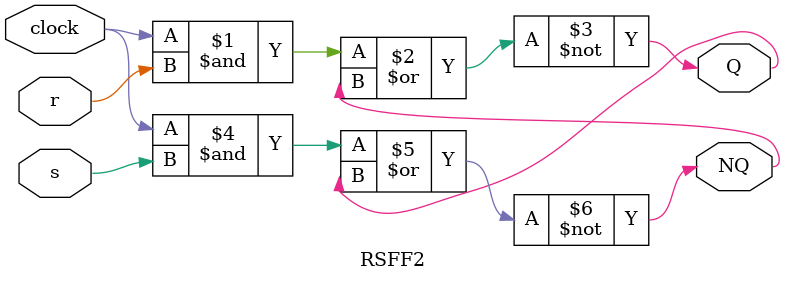
<source format=v>
`timescale 1ns / 1ps

module RSFF2(
    input s, r, clock,
    output Q, NQ
    );
    
assign Q = ~((clock & r) | NQ);
assign NQ = ~((clock & s) | Q);
    
endmodule
</source>
